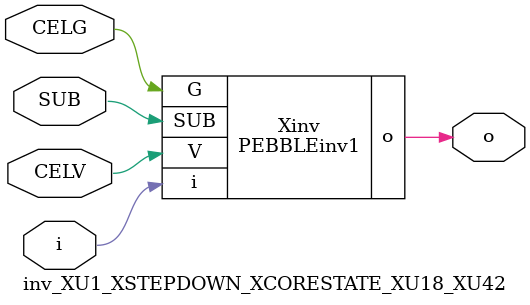
<source format=v>



module PEBBLEinv1 ( o, G, SUB, V, i );

  input V;
  input i;
  input G;
  output o;
  input SUB;
endmodule

//Celera Confidential Do Not Copy inv_XU1_XSTEPDOWN_XCORESTATE_XU18_XU42
//Celera Confidential Symbol Generator
//5V Inverter
module inv_XU1_XSTEPDOWN_XCORESTATE_XU18_XU42 (CELV,CELG,i,o,SUB);
input CELV;
input CELG;
input i;
input SUB;
output o;

//Celera Confidential Do Not Copy inv
PEBBLEinv1 Xinv(
.V (CELV),
.i (i),
.o (o),
.SUB (SUB),
.G (CELG)
);
//,diesize,PEBBLEinv1

//Celera Confidential Do Not Copy Module End
//Celera Schematic Generator
endmodule

</source>
